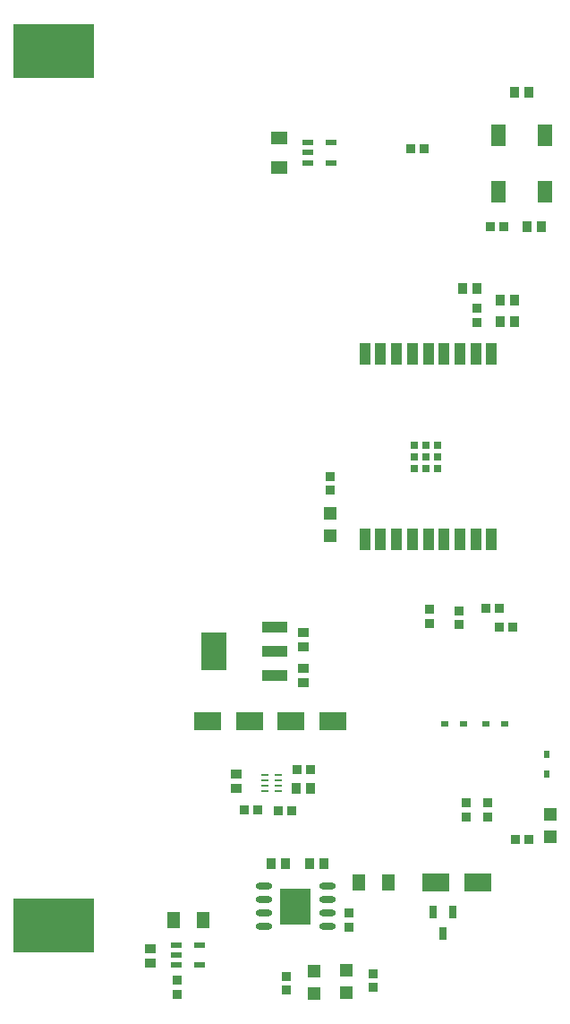
<source format=gtp>
G04*
G04 #@! TF.GenerationSoftware,Altium Limited,Altium Designer,22.2.1 (43)*
G04*
G04 Layer_Color=8421504*
%FSLAX25Y25*%
%MOIN*%
G70*
G04*
G04 #@! TF.SameCoordinates,7FF29AC8-F327-4267-8616-DCF866A2A884*
G04*
G04*
G04 #@! TF.FilePolarity,Positive*
G04*
G01*
G75*
%ADD21R,0.04724X0.04724*%
%ADD22R,0.03347X0.03740*%
%ADD23R,0.03740X0.03347*%
%ADD24R,0.03150X0.01968*%
%ADD25R,0.01968X0.03150*%
%ADD26R,0.03543X0.03937*%
%ADD27R,0.30000X0.20000*%
%ADD28R,0.03937X0.07874*%
%ADD29R,0.02756X0.02756*%
%ADD30R,0.06496X0.04724*%
%ADD31R,0.03937X0.03543*%
%ADD32R,0.09843X0.06693*%
%ADD33O,0.06299X0.02362*%
%ADD34R,0.11811X0.13780*%
%ADD35R,0.04724X0.06496*%
%ADD36R,0.03937X0.02362*%
%ADD37R,0.09705X0.04134*%
%ADD38R,0.09705X0.13937*%
%ADD39R,0.02756X0.04921*%
%ADD40R,0.02677X0.01102*%
%ADD41R,0.05315X0.07874*%
D21*
X230000Y72134D02*
D03*
Y63866D02*
D03*
X148000Y175866D02*
D03*
Y184134D02*
D03*
X142000Y14000D02*
D03*
Y5732D02*
D03*
X154000Y5866D02*
D03*
Y14134D02*
D03*
D22*
X216921Y63000D02*
D03*
X222040D02*
D03*
X211000Y149000D02*
D03*
X205882D02*
D03*
X210882Y142000D02*
D03*
X216000D02*
D03*
X212559Y291000D02*
D03*
X207441D02*
D03*
X183059Y320000D02*
D03*
X177941D02*
D03*
X133559Y73500D02*
D03*
X128441D02*
D03*
X121000Y74000D02*
D03*
X115882D02*
D03*
X135441Y89000D02*
D03*
X140559D02*
D03*
D23*
X206480Y76559D02*
D03*
Y71441D02*
D03*
X198480Y76559D02*
D03*
Y71441D02*
D03*
X148000Y193000D02*
D03*
Y198118D02*
D03*
X196000Y148118D02*
D03*
Y143000D02*
D03*
X185000Y143441D02*
D03*
Y148559D02*
D03*
X202500Y255441D02*
D03*
Y260559D02*
D03*
X155000Y35559D02*
D03*
Y30441D02*
D03*
X131500Y12059D02*
D03*
Y6941D02*
D03*
X91000Y5441D02*
D03*
Y10559D02*
D03*
X164000Y13059D02*
D03*
Y7941D02*
D03*
D24*
X190480Y106000D02*
D03*
X197567D02*
D03*
X213024D02*
D03*
X205937D02*
D03*
D25*
X228480Y87457D02*
D03*
Y94543D02*
D03*
D26*
X202658Y268000D02*
D03*
X197343D02*
D03*
X216500Y255500D02*
D03*
X211185D02*
D03*
X216500Y263500D02*
D03*
X211185D02*
D03*
X145658Y54000D02*
D03*
X140342D02*
D03*
X126000D02*
D03*
X131315D02*
D03*
X135343Y82000D02*
D03*
X140657D02*
D03*
X216685Y341000D02*
D03*
X222000D02*
D03*
X221342Y291000D02*
D03*
X226658D02*
D03*
D27*
X45000Y31000D02*
D03*
Y356300D02*
D03*
D28*
X208079Y243559D02*
D03*
X202173D02*
D03*
X196268D02*
D03*
X190362D02*
D03*
X184457D02*
D03*
X178551D02*
D03*
X172646D02*
D03*
X166740D02*
D03*
X160835D02*
D03*
Y174661D02*
D03*
X166740D02*
D03*
X172646D02*
D03*
X178551D02*
D03*
X184457D02*
D03*
X190362D02*
D03*
X196268D02*
D03*
X202173D02*
D03*
X208079D02*
D03*
D29*
X188000Y209661D02*
D03*
X183669D02*
D03*
X179339D02*
D03*
X188000Y205331D02*
D03*
X183669D02*
D03*
X179339D02*
D03*
Y201000D02*
D03*
X183669D02*
D03*
X188000D02*
D03*
D30*
X129000Y324012D02*
D03*
Y312988D02*
D03*
D31*
X81000Y22315D02*
D03*
Y17000D02*
D03*
X138000Y140000D02*
D03*
Y134685D02*
D03*
Y121343D02*
D03*
Y126657D02*
D03*
X113000Y87315D02*
D03*
Y82000D02*
D03*
D32*
X202874Y47000D02*
D03*
X187126D02*
D03*
X117874Y107000D02*
D03*
X102126D02*
D03*
X133126D02*
D03*
X148874D02*
D03*
D33*
X123189Y45500D02*
D03*
Y40500D02*
D03*
Y35500D02*
D03*
Y30500D02*
D03*
X146811Y45500D02*
D03*
Y40500D02*
D03*
Y35500D02*
D03*
Y30500D02*
D03*
D34*
X135000Y38000D02*
D03*
D35*
X169512Y47000D02*
D03*
X158488D02*
D03*
X89488Y33000D02*
D03*
X100512D02*
D03*
D36*
X99331Y23740D02*
D03*
Y16260D02*
D03*
X90669Y23740D02*
D03*
X90669Y16260D02*
D03*
Y20000D02*
D03*
X139669Y318500D02*
D03*
Y314760D02*
D03*
X139669Y322240D02*
D03*
X148331Y314760D02*
D03*
Y322240D02*
D03*
D37*
X127250Y123945D02*
D03*
Y133000D02*
D03*
Y142055D02*
D03*
D38*
X104750Y133000D02*
D03*
D39*
X193740Y35937D02*
D03*
X186260D02*
D03*
X190000Y28063D02*
D03*
D40*
X128520Y86953D02*
D03*
Y84984D02*
D03*
Y83016D02*
D03*
Y81047D02*
D03*
X123480D02*
D03*
Y83016D02*
D03*
Y84984D02*
D03*
Y86953D02*
D03*
D41*
X228000Y325000D02*
D03*
X210676Y324999D02*
D03*
X228000Y304000D02*
D03*
X210676Y303999D02*
D03*
M02*

</source>
